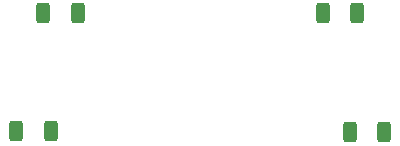
<source format=gbr>
%TF.GenerationSoftware,KiCad,Pcbnew,9.0.1*%
%TF.CreationDate,2025-05-16T16:11:36-04:00*%
%TF.ProjectId,Ir PCB,49722050-4342-42e6-9b69-6361645f7063,rev?*%
%TF.SameCoordinates,Original*%
%TF.FileFunction,Paste,Top*%
%TF.FilePolarity,Positive*%
%FSLAX46Y46*%
G04 Gerber Fmt 4.6, Leading zero omitted, Abs format (unit mm)*
G04 Created by KiCad (PCBNEW 9.0.1) date 2025-05-16 16:11:36*
%MOMM*%
%LPD*%
G01*
G04 APERTURE LIST*
G04 Aperture macros list*
%AMRoundRect*
0 Rectangle with rounded corners*
0 $1 Rounding radius*
0 $2 $3 $4 $5 $6 $7 $8 $9 X,Y pos of 4 corners*
0 Add a 4 corners polygon primitive as box body*
4,1,4,$2,$3,$4,$5,$6,$7,$8,$9,$2,$3,0*
0 Add four circle primitives for the rounded corners*
1,1,$1+$1,$2,$3*
1,1,$1+$1,$4,$5*
1,1,$1+$1,$6,$7*
1,1,$1+$1,$8,$9*
0 Add four rect primitives between the rounded corners*
20,1,$1+$1,$2,$3,$4,$5,0*
20,1,$1+$1,$4,$5,$6,$7,0*
20,1,$1+$1,$6,$7,$8,$9,0*
20,1,$1+$1,$8,$9,$2,$3,0*%
G04 Aperture macros list end*
%ADD10RoundRect,0.250000X-0.312500X-0.625000X0.312500X-0.625000X0.312500X0.625000X-0.312500X0.625000X0*%
%ADD11RoundRect,0.250000X0.312500X0.625000X-0.312500X0.625000X-0.312500X-0.625000X0.312500X-0.625000X0*%
G04 APERTURE END LIST*
D10*
%TO.C,R4*%
X134365000Y-112490000D03*
X137290000Y-112490000D03*
%TD*%
D11*
%TO.C,R2*%
X163230000Y-102500000D03*
X160305000Y-102500000D03*
%TD*%
D10*
%TO.C,R3*%
X136650000Y-102500000D03*
X139575000Y-102500000D03*
%TD*%
D11*
%TO.C,R1*%
X165540000Y-112570000D03*
X162615000Y-112570000D03*
%TD*%
M02*

</source>
